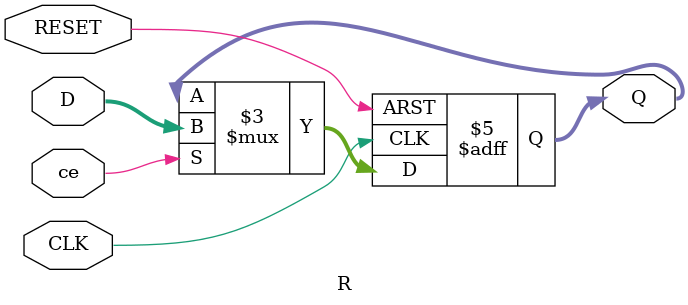
<source format=v>
module R
#(parameter DATAWIDTH=4)
(   output reg [DATAWIDTH-1:0] Q,
    input  [DATAWIDTH-1:0] D,
    input CLK,
    input ce,
    input RESET
);
	always @(posedge CLK or posedge RESET)
	  begin
	  	if (RESET)
			Q = 0;	
	  	else if (ce)
			Q = D;
	  end

endmodule



</source>
